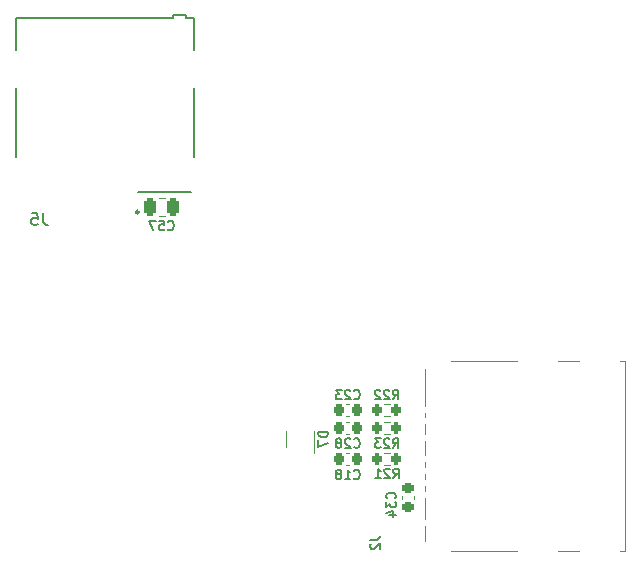
<source format=gbo>
G04 #@! TF.GenerationSoftware,KiCad,Pcbnew,(6.0.0)*
G04 #@! TF.CreationDate,2022-01-13T12:23:07+04:00*
G04 #@! TF.ProjectId,Gateway_STM32_ver_2_0,47617465-7761-4795-9f53-544d33325f76,rev?*
G04 #@! TF.SameCoordinates,Original*
G04 #@! TF.FileFunction,Legend,Bot*
G04 #@! TF.FilePolarity,Positive*
%FSLAX46Y46*%
G04 Gerber Fmt 4.6, Leading zero omitted, Abs format (unit mm)*
G04 Created by KiCad (PCBNEW (6.0.0)) date 2022-01-13 12:23:07*
%MOMM*%
%LPD*%
G01*
G04 APERTURE LIST*
G04 Aperture macros list*
%AMRoundRect*
0 Rectangle with rounded corners*
0 $1 Rounding radius*
0 $2 $3 $4 $5 $6 $7 $8 $9 X,Y pos of 4 corners*
0 Add a 4 corners polygon primitive as box body*
4,1,4,$2,$3,$4,$5,$6,$7,$8,$9,$2,$3,0*
0 Add four circle primitives for the rounded corners*
1,1,$1+$1,$2,$3*
1,1,$1+$1,$4,$5*
1,1,$1+$1,$6,$7*
1,1,$1+$1,$8,$9*
0 Add four rect primitives between the rounded corners*
20,1,$1+$1,$2,$3,$4,$5,0*
20,1,$1+$1,$4,$5,$6,$7,0*
20,1,$1+$1,$6,$7,$8,$9,0*
20,1,$1+$1,$8,$9,$2,$3,0*%
G04 Aperture macros list end*
%ADD10C,0.150000*%
%ADD11C,0.200000*%
%ADD12C,0.240000*%
%ADD13C,0.120000*%
%ADD14C,0.950000*%
%ADD15R,0.620000X1.400000*%
%ADD16R,1.100000X2.400000*%
%ADD17R,1.350000X1.270000*%
%ADD18R,1.350000X1.420000*%
%ADD19C,0.900000*%
%ADD20C,8.600000*%
%ADD21C,2.300000*%
%ADD22C,1.500000*%
%ADD23R,1.500000X1.500000*%
%ADD24C,3.250000*%
%ADD25R,1.000000X1.000000*%
%ADD26O,1.000000X1.000000*%
%ADD27O,5.000000X2.500000*%
%ADD28O,4.500000X2.250000*%
%ADD29O,2.250000X4.500000*%
%ADD30RoundRect,0.250000X-0.600000X-0.600000X0.600000X-0.600000X0.600000X0.600000X-0.600000X0.600000X0*%
%ADD31C,1.700000*%
%ADD32C,2.050000*%
%ADD33C,2.250000*%
%ADD34C,2.000000*%
%ADD35C,2.445000*%
%ADD36C,1.530000*%
%ADD37C,1.398000*%
%ADD38R,1.398000X1.398000*%
%ADD39C,1.000000*%
%ADD40RoundRect,0.200000X-0.200000X-0.275000X0.200000X-0.275000X0.200000X0.275000X-0.200000X0.275000X0*%
%ADD41RoundRect,0.225000X0.225000X0.250000X-0.225000X0.250000X-0.225000X-0.250000X0.225000X-0.250000X0*%
%ADD42RoundRect,0.225000X-0.250000X0.225000X-0.250000X-0.225000X0.250000X-0.225000X0.250000X0.225000X0*%
%ADD43RoundRect,0.250000X0.250000X0.475000X-0.250000X0.475000X-0.250000X-0.475000X0.250000X-0.475000X0*%
%ADD44R,1.800000X0.500000*%
%ADD45R,1.000000X0.550000*%
%ADD46R,2.400000X1.000000*%
%ADD47R,3.400000X1.000000*%
%ADD48R,0.400000X1.500000*%
G04 APERTURE END LIST*
D10*
X90608333Y-86637380D02*
X90608333Y-87351666D01*
X90655952Y-87494523D01*
X90751190Y-87589761D01*
X90894047Y-87637380D01*
X90989285Y-87637380D01*
X89655952Y-86637380D02*
X90132142Y-86637380D01*
X90179761Y-87113571D01*
X90132142Y-87065952D01*
X90036904Y-87018333D01*
X89798809Y-87018333D01*
X89703571Y-87065952D01*
X89655952Y-87113571D01*
X89608333Y-87208809D01*
X89608333Y-87446904D01*
X89655952Y-87542142D01*
X89703571Y-87589761D01*
X89798809Y-87637380D01*
X90036904Y-87637380D01*
X90132142Y-87589761D01*
X90179761Y-87542142D01*
D11*
X120264285Y-109061904D02*
X120530952Y-108680952D01*
X120721428Y-109061904D02*
X120721428Y-108261904D01*
X120416666Y-108261904D01*
X120340476Y-108300000D01*
X120302380Y-108338095D01*
X120264285Y-108414285D01*
X120264285Y-108528571D01*
X120302380Y-108604761D01*
X120340476Y-108642857D01*
X120416666Y-108680952D01*
X120721428Y-108680952D01*
X119959523Y-108338095D02*
X119921428Y-108300000D01*
X119845238Y-108261904D01*
X119654761Y-108261904D01*
X119578571Y-108300000D01*
X119540476Y-108338095D01*
X119502380Y-108414285D01*
X119502380Y-108490476D01*
X119540476Y-108604761D01*
X119997619Y-109061904D01*
X119502380Y-109061904D01*
X118740476Y-109061904D02*
X119197619Y-109061904D01*
X118969047Y-109061904D02*
X118969047Y-108261904D01*
X119045238Y-108376190D01*
X119121428Y-108452380D01*
X119197619Y-108490476D01*
X120214285Y-102411904D02*
X120480952Y-102030952D01*
X120671428Y-102411904D02*
X120671428Y-101611904D01*
X120366666Y-101611904D01*
X120290476Y-101650000D01*
X120252380Y-101688095D01*
X120214285Y-101764285D01*
X120214285Y-101878571D01*
X120252380Y-101954761D01*
X120290476Y-101992857D01*
X120366666Y-102030952D01*
X120671428Y-102030952D01*
X119909523Y-101688095D02*
X119871428Y-101650000D01*
X119795238Y-101611904D01*
X119604761Y-101611904D01*
X119528571Y-101650000D01*
X119490476Y-101688095D01*
X119452380Y-101764285D01*
X119452380Y-101840476D01*
X119490476Y-101954761D01*
X119947619Y-102411904D01*
X119452380Y-102411904D01*
X119147619Y-101688095D02*
X119109523Y-101650000D01*
X119033333Y-101611904D01*
X118842857Y-101611904D01*
X118766666Y-101650000D01*
X118728571Y-101688095D01*
X118690476Y-101764285D01*
X118690476Y-101840476D01*
X118728571Y-101954761D01*
X119185714Y-102411904D01*
X118690476Y-102411904D01*
X116914285Y-102335714D02*
X116952380Y-102373809D01*
X117066666Y-102411904D01*
X117142857Y-102411904D01*
X117257142Y-102373809D01*
X117333333Y-102297619D01*
X117371428Y-102221428D01*
X117409523Y-102069047D01*
X117409523Y-101954761D01*
X117371428Y-101802380D01*
X117333333Y-101726190D01*
X117257142Y-101650000D01*
X117142857Y-101611904D01*
X117066666Y-101611904D01*
X116952380Y-101650000D01*
X116914285Y-101688095D01*
X116609523Y-101688095D02*
X116571428Y-101650000D01*
X116495238Y-101611904D01*
X116304761Y-101611904D01*
X116228571Y-101650000D01*
X116190476Y-101688095D01*
X116152380Y-101764285D01*
X116152380Y-101840476D01*
X116190476Y-101954761D01*
X116647619Y-102411904D01*
X116152380Y-102411904D01*
X115885714Y-101611904D02*
X115390476Y-101611904D01*
X115657142Y-101916666D01*
X115542857Y-101916666D01*
X115466666Y-101954761D01*
X115428571Y-101992857D01*
X115390476Y-102069047D01*
X115390476Y-102259523D01*
X115428571Y-102335714D01*
X115466666Y-102373809D01*
X115542857Y-102411904D01*
X115771428Y-102411904D01*
X115847619Y-102373809D01*
X115885714Y-102335714D01*
X120385714Y-110785714D02*
X120423809Y-110747619D01*
X120461904Y-110633333D01*
X120461904Y-110557142D01*
X120423809Y-110442857D01*
X120347619Y-110366666D01*
X120271428Y-110328571D01*
X120119047Y-110290476D01*
X120004761Y-110290476D01*
X119852380Y-110328571D01*
X119776190Y-110366666D01*
X119700000Y-110442857D01*
X119661904Y-110557142D01*
X119661904Y-110633333D01*
X119700000Y-110747619D01*
X119738095Y-110785714D01*
X119661904Y-111052380D02*
X119661904Y-111547619D01*
X119966666Y-111280952D01*
X119966666Y-111395238D01*
X120004761Y-111471428D01*
X120042857Y-111509523D01*
X120119047Y-111547619D01*
X120309523Y-111547619D01*
X120385714Y-111509523D01*
X120423809Y-111471428D01*
X120461904Y-111395238D01*
X120461904Y-111166666D01*
X120423809Y-111090476D01*
X120385714Y-111052380D01*
X119928571Y-112233333D02*
X120461904Y-112233333D01*
X119623809Y-112042857D02*
X120195238Y-111852380D01*
X120195238Y-112347619D01*
X101164285Y-88010714D02*
X101202380Y-88048809D01*
X101316666Y-88086904D01*
X101392857Y-88086904D01*
X101507142Y-88048809D01*
X101583333Y-87972619D01*
X101621428Y-87896428D01*
X101659523Y-87744047D01*
X101659523Y-87629761D01*
X101621428Y-87477380D01*
X101583333Y-87401190D01*
X101507142Y-87325000D01*
X101392857Y-87286904D01*
X101316666Y-87286904D01*
X101202380Y-87325000D01*
X101164285Y-87363095D01*
X100440476Y-87286904D02*
X100821428Y-87286904D01*
X100859523Y-87667857D01*
X100821428Y-87629761D01*
X100745238Y-87591666D01*
X100554761Y-87591666D01*
X100478571Y-87629761D01*
X100440476Y-87667857D01*
X100402380Y-87744047D01*
X100402380Y-87934523D01*
X100440476Y-88010714D01*
X100478571Y-88048809D01*
X100554761Y-88086904D01*
X100745238Y-88086904D01*
X100821428Y-88048809D01*
X100859523Y-88010714D01*
X100135714Y-87286904D02*
X99602380Y-87286904D01*
X99945238Y-88086904D01*
X120214285Y-106511904D02*
X120480952Y-106130952D01*
X120671428Y-106511904D02*
X120671428Y-105711904D01*
X120366666Y-105711904D01*
X120290476Y-105750000D01*
X120252380Y-105788095D01*
X120214285Y-105864285D01*
X120214285Y-105978571D01*
X120252380Y-106054761D01*
X120290476Y-106092857D01*
X120366666Y-106130952D01*
X120671428Y-106130952D01*
X119909523Y-105788095D02*
X119871428Y-105750000D01*
X119795238Y-105711904D01*
X119604761Y-105711904D01*
X119528571Y-105750000D01*
X119490476Y-105788095D01*
X119452380Y-105864285D01*
X119452380Y-105940476D01*
X119490476Y-106054761D01*
X119947619Y-106511904D01*
X119452380Y-106511904D01*
X119185714Y-105711904D02*
X118690476Y-105711904D01*
X118957142Y-106016666D01*
X118842857Y-106016666D01*
X118766666Y-106054761D01*
X118728571Y-106092857D01*
X118690476Y-106169047D01*
X118690476Y-106359523D01*
X118728571Y-106435714D01*
X118766666Y-106473809D01*
X118842857Y-106511904D01*
X119071428Y-106511904D01*
X119147619Y-106473809D01*
X119185714Y-106435714D01*
X118311904Y-114283333D02*
X118883333Y-114283333D01*
X118997619Y-114245238D01*
X119073809Y-114169047D01*
X119111904Y-114054761D01*
X119111904Y-113978571D01*
X118388095Y-114626190D02*
X118350000Y-114664285D01*
X118311904Y-114740476D01*
X118311904Y-114930952D01*
X118350000Y-115007142D01*
X118388095Y-115045238D01*
X118464285Y-115083333D01*
X118540476Y-115083333D01*
X118654761Y-115045238D01*
X119111904Y-114588095D01*
X119111904Y-115083333D01*
X116914285Y-106435714D02*
X116952380Y-106473809D01*
X117066666Y-106511904D01*
X117142857Y-106511904D01*
X117257142Y-106473809D01*
X117333333Y-106397619D01*
X117371428Y-106321428D01*
X117409523Y-106169047D01*
X117409523Y-106054761D01*
X117371428Y-105902380D01*
X117333333Y-105826190D01*
X117257142Y-105750000D01*
X117142857Y-105711904D01*
X117066666Y-105711904D01*
X116952380Y-105750000D01*
X116914285Y-105788095D01*
X116609523Y-105788095D02*
X116571428Y-105750000D01*
X116495238Y-105711904D01*
X116304761Y-105711904D01*
X116228571Y-105750000D01*
X116190476Y-105788095D01*
X116152380Y-105864285D01*
X116152380Y-105940476D01*
X116190476Y-106054761D01*
X116647619Y-106511904D01*
X116152380Y-106511904D01*
X115695238Y-106054761D02*
X115771428Y-106016666D01*
X115809523Y-105978571D01*
X115847619Y-105902380D01*
X115847619Y-105864285D01*
X115809523Y-105788095D01*
X115771428Y-105750000D01*
X115695238Y-105711904D01*
X115542857Y-105711904D01*
X115466666Y-105750000D01*
X115428571Y-105788095D01*
X115390476Y-105864285D01*
X115390476Y-105902380D01*
X115428571Y-105978571D01*
X115466666Y-106016666D01*
X115542857Y-106054761D01*
X115695238Y-106054761D01*
X115771428Y-106092857D01*
X115809523Y-106130952D01*
X115847619Y-106207142D01*
X115847619Y-106359523D01*
X115809523Y-106435714D01*
X115771428Y-106473809D01*
X115695238Y-106511904D01*
X115542857Y-106511904D01*
X115466666Y-106473809D01*
X115428571Y-106435714D01*
X115390476Y-106359523D01*
X115390476Y-106207142D01*
X115428571Y-106130952D01*
X115466666Y-106092857D01*
X115542857Y-106054761D01*
X116914285Y-109085714D02*
X116952380Y-109123809D01*
X117066666Y-109161904D01*
X117142857Y-109161904D01*
X117257142Y-109123809D01*
X117333333Y-109047619D01*
X117371428Y-108971428D01*
X117409523Y-108819047D01*
X117409523Y-108704761D01*
X117371428Y-108552380D01*
X117333333Y-108476190D01*
X117257142Y-108400000D01*
X117142857Y-108361904D01*
X117066666Y-108361904D01*
X116952380Y-108400000D01*
X116914285Y-108438095D01*
X116152380Y-109161904D02*
X116609523Y-109161904D01*
X116380952Y-109161904D02*
X116380952Y-108361904D01*
X116457142Y-108476190D01*
X116533333Y-108552380D01*
X116609523Y-108590476D01*
X115695238Y-108704761D02*
X115771428Y-108666666D01*
X115809523Y-108628571D01*
X115847619Y-108552380D01*
X115847619Y-108514285D01*
X115809523Y-108438095D01*
X115771428Y-108400000D01*
X115695238Y-108361904D01*
X115542857Y-108361904D01*
X115466666Y-108400000D01*
X115428571Y-108438095D01*
X115390476Y-108514285D01*
X115390476Y-108552380D01*
X115428571Y-108628571D01*
X115466666Y-108666666D01*
X115542857Y-108704761D01*
X115695238Y-108704761D01*
X115771428Y-108742857D01*
X115809523Y-108780952D01*
X115847619Y-108857142D01*
X115847619Y-109009523D01*
X115809523Y-109085714D01*
X115771428Y-109123809D01*
X115695238Y-109161904D01*
X115542857Y-109161904D01*
X115466666Y-109123809D01*
X115428571Y-109085714D01*
X115390476Y-109009523D01*
X115390476Y-108857142D01*
X115428571Y-108780952D01*
X115466666Y-108742857D01*
X115542857Y-108704761D01*
X114711904Y-105159523D02*
X113911904Y-105159523D01*
X113911904Y-105350000D01*
X113950000Y-105464285D01*
X114026190Y-105540476D01*
X114102380Y-105578571D01*
X114254761Y-105616666D01*
X114369047Y-105616666D01*
X114521428Y-105578571D01*
X114597619Y-105540476D01*
X114673809Y-105464285D01*
X114711904Y-105350000D01*
X114711904Y-105159523D01*
X113911904Y-105883333D02*
X113911904Y-106416666D01*
X114711904Y-106073809D01*
X88350000Y-70070000D02*
X101600000Y-70070000D01*
X101600000Y-70070000D02*
X101600000Y-69820000D01*
X103400000Y-76050000D02*
X103400000Y-81850000D01*
X88350000Y-70070000D02*
X88350000Y-72850000D01*
X103400000Y-70070000D02*
X103400000Y-72850000D01*
X98600000Y-84820000D02*
X103100000Y-84820000D01*
X88350000Y-76050000D02*
X88350000Y-81850000D01*
X101600000Y-69820000D02*
X102700000Y-69820000D01*
X102700000Y-70070000D02*
X103400000Y-70070000D01*
X102700000Y-69820000D02*
X102700000Y-70070000D01*
D12*
X98720000Y-86550000D02*
G75*
G03*
X98720000Y-86550000I-120000J0D01*
G01*
D13*
X119462742Y-106927500D02*
X119937258Y-106927500D01*
X119462742Y-107972500D02*
X119937258Y-107972500D01*
X119462742Y-103822500D02*
X119937258Y-103822500D01*
X119462742Y-102777500D02*
X119937258Y-102777500D01*
X116540580Y-103810000D02*
X116259420Y-103810000D01*
X116540580Y-102790000D02*
X116259420Y-102790000D01*
X120990000Y-110559420D02*
X120990000Y-110840580D01*
X122010000Y-110559420D02*
X122010000Y-110840580D01*
X100911252Y-85390000D02*
X100388748Y-85390000D01*
X100911252Y-86860000D02*
X100388748Y-86860000D01*
X119462742Y-105372500D02*
X119937258Y-105372500D01*
X119462742Y-104327500D02*
X119937258Y-104327500D01*
X122945000Y-115225000D02*
X122945000Y-99125000D01*
X139845000Y-115225000D02*
X139845000Y-99125000D01*
X122945000Y-99125000D02*
X139845000Y-99125000D01*
X122945000Y-115225000D02*
X139845000Y-115225000D01*
X116540580Y-105360000D02*
X116259420Y-105360000D01*
X116540580Y-104340000D02*
X116259420Y-104340000D01*
X116540580Y-106940000D02*
X116259420Y-106940000D01*
X116540580Y-107960000D02*
X116259420Y-107960000D01*
X111190000Y-106450000D02*
X111190000Y-105050000D01*
X113510000Y-105050000D02*
X113510000Y-106950000D01*
%LPC*%
D14*
X90800000Y-74050000D03*
X98800000Y-74050000D03*
D15*
X97980000Y-85470000D03*
X96880000Y-85470000D03*
X95780000Y-85470000D03*
X94680000Y-85470000D03*
X93580000Y-85470000D03*
X92480000Y-85470000D03*
X91380000Y-85470000D03*
X90280000Y-85470000D03*
D16*
X87800000Y-74470000D03*
X103950000Y-74470000D03*
D17*
X102950000Y-84070000D03*
D18*
X87800000Y-84070000D03*
D15*
X89180000Y-85470000D03*
D19*
X45000000Y-161775000D03*
X47280419Y-162719581D03*
X41775000Y-165000000D03*
X42719581Y-167280419D03*
X48225000Y-165000000D03*
X45000000Y-168225000D03*
D20*
X45000000Y-165000000D03*
D19*
X47280419Y-167280419D03*
X42719581Y-162719581D03*
X138225000Y-165000000D03*
D20*
X135000000Y-165000000D03*
D19*
X132719581Y-162719581D03*
X135000000Y-168225000D03*
X132719581Y-167280419D03*
X131775000Y-165000000D03*
X135000000Y-161775000D03*
X137280419Y-162719581D03*
X137280419Y-167280419D03*
D21*
X49515000Y-141020000D03*
X49515000Y-157280000D03*
D22*
X55225000Y-142290000D03*
X55225000Y-144580000D03*
X55225000Y-153720000D03*
X55225000Y-156010000D03*
X50405000Y-145598000D03*
X48625000Y-146614000D03*
X50405000Y-147630000D03*
X48625000Y-148646000D03*
X50405000Y-149662000D03*
X48625000Y-150678000D03*
X50405000Y-151694000D03*
D23*
X48625000Y-152710000D03*
D24*
X46085000Y-155500000D03*
X46085000Y-142800000D03*
D25*
X47750000Y-109625000D03*
D26*
X49020000Y-109625000D03*
X50290000Y-109625000D03*
X51560000Y-109625000D03*
D27*
X125225000Y-155837500D03*
D28*
X125225000Y-161837500D03*
D29*
X129925000Y-158837500D03*
D30*
X133560000Y-123840000D03*
D31*
X136100000Y-123840000D03*
X133560000Y-126380000D03*
X136100000Y-126380000D03*
X133560000Y-128920000D03*
X136100000Y-128920000D03*
X133560000Y-131460000D03*
X136100000Y-131460000D03*
X133560000Y-134000000D03*
X136100000Y-134000000D03*
X133560000Y-136540000D03*
X136100000Y-136540000D03*
X133560000Y-139080000D03*
X136100000Y-139080000D03*
X133560000Y-141620000D03*
X136100000Y-141620000D03*
X133560000Y-144160000D03*
X136100000Y-144160000D03*
X133560000Y-146700000D03*
X136100000Y-146700000D03*
D32*
X125875000Y-74300000D03*
D33*
X128415000Y-71760000D03*
X123335000Y-76840000D03*
X128415000Y-76840000D03*
X123335000Y-71760000D03*
D25*
X111675000Y-123300000D03*
D26*
X111675000Y-122030000D03*
X111675000Y-120760000D03*
X111675000Y-119490000D03*
D34*
X83500000Y-100050000D03*
X83500000Y-95050000D03*
D21*
X80961250Y-160510000D03*
X97221250Y-160510000D03*
D22*
X82231250Y-154800000D03*
X84521250Y-154800000D03*
X93661250Y-154800000D03*
X95951250Y-154800000D03*
X85539250Y-159620000D03*
X86555250Y-161400000D03*
X87571250Y-159620000D03*
X88587250Y-161400000D03*
X89603250Y-159620000D03*
X90619250Y-161400000D03*
X91635250Y-159620000D03*
D23*
X92651250Y-161400000D03*
D24*
X95441250Y-163940000D03*
X82741250Y-163940000D03*
D32*
X115300000Y-74300000D03*
D33*
X117840000Y-71760000D03*
X112760000Y-71760000D03*
X117840000Y-76840000D03*
X112760000Y-76840000D03*
D19*
X42719581Y-77280419D03*
X47280419Y-72719581D03*
X42719581Y-72719581D03*
X48225000Y-75000000D03*
X45000000Y-78225000D03*
X45000000Y-71775000D03*
X41775000Y-75000000D03*
D20*
X45000000Y-75000000D03*
D19*
X47280419Y-77280419D03*
D35*
X76582500Y-155680000D03*
X61092500Y-155680000D03*
D36*
X75462500Y-163630000D03*
X72922500Y-163630000D03*
X64752500Y-163630000D03*
X62212500Y-163630000D03*
D37*
X73277500Y-149840000D03*
X72007500Y-152380000D03*
X70737500Y-149840000D03*
X69467500Y-152380000D03*
X68197500Y-149840000D03*
X66927500Y-152380000D03*
X65657500Y-149840000D03*
D38*
X64387500Y-152380000D03*
D24*
X74552500Y-158730000D03*
X63122500Y-158730000D03*
D19*
X132719581Y-77280419D03*
X137280419Y-72719581D03*
X138225000Y-75000000D03*
D20*
X135000000Y-75000000D03*
D19*
X131775000Y-75000000D03*
X135000000Y-78225000D03*
X135000000Y-71775000D03*
X137280419Y-77280419D03*
X132719581Y-72719581D03*
D39*
X46475000Y-88025000D03*
X46475000Y-83625000D03*
D21*
X118005000Y-160510000D03*
X101745000Y-160510000D03*
D22*
X103015000Y-154800000D03*
X105305000Y-154800000D03*
X114445000Y-154800000D03*
X116735000Y-154800000D03*
X106323000Y-159620000D03*
X107339000Y-161400000D03*
X108355000Y-159620000D03*
X109371000Y-161400000D03*
X110387000Y-159620000D03*
X111403000Y-161400000D03*
X112419000Y-159620000D03*
D23*
X113435000Y-161400000D03*
D24*
X116225000Y-163940000D03*
X103525000Y-163940000D03*
D40*
X118875000Y-107450000D03*
X120525000Y-107450000D03*
X118875000Y-103300000D03*
X120525000Y-103300000D03*
D41*
X117175000Y-103300000D03*
X115625000Y-103300000D03*
D42*
X121500000Y-109925000D03*
X121500000Y-111475000D03*
D43*
X101600000Y-86125000D03*
X99700000Y-86125000D03*
D40*
X118875000Y-104850000D03*
X120525000Y-104850000D03*
D44*
X123795000Y-112875000D03*
D45*
X123095000Y-105675000D03*
X123095000Y-104270000D03*
X123095000Y-108460000D03*
X123095000Y-110460000D03*
D46*
X123995000Y-99325000D03*
D47*
X137795000Y-114975000D03*
X132495000Y-114975000D03*
X137795000Y-99325000D03*
D46*
X123995000Y-114975000D03*
D47*
X132495000Y-99325000D03*
D45*
X123095000Y-103270000D03*
X123095000Y-107460000D03*
X123095000Y-109460000D03*
D41*
X117175000Y-104850000D03*
X115625000Y-104850000D03*
X117175000Y-107450000D03*
X115625000Y-107450000D03*
D48*
X113000000Y-107080000D03*
X112350000Y-107080000D03*
X111700000Y-107080000D03*
X111700000Y-104420000D03*
X112350000Y-104420000D03*
X113000000Y-104420000D03*
M02*

</source>
